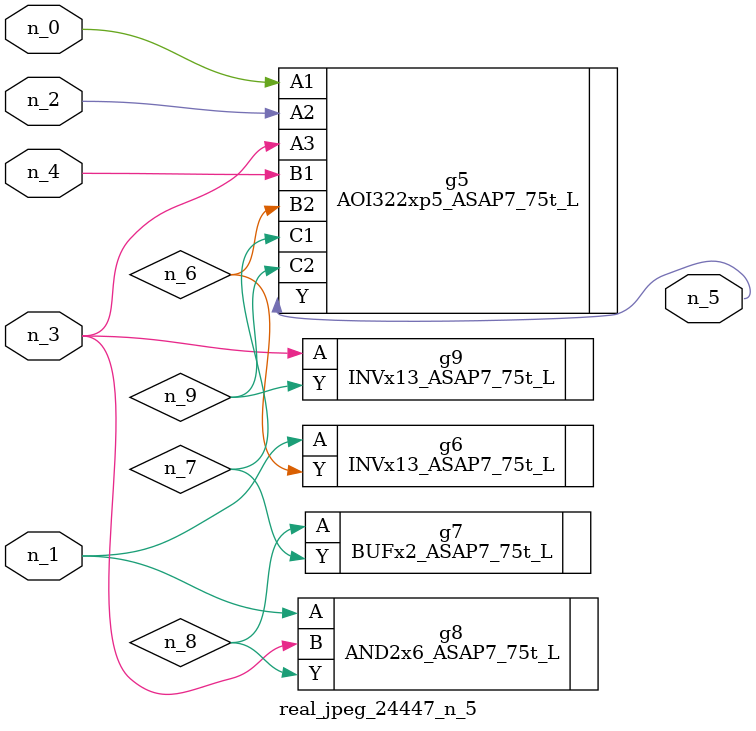
<source format=v>
module real_jpeg_24447_n_5 (n_4, n_0, n_1, n_2, n_3, n_5);

input n_4;
input n_0;
input n_1;
input n_2;
input n_3;

output n_5;

wire n_8;
wire n_6;
wire n_7;
wire n_9;

AOI322xp5_ASAP7_75t_L g5 ( 
.A1(n_0),
.A2(n_2),
.A3(n_3),
.B1(n_4),
.B2(n_6),
.C1(n_7),
.C2(n_9),
.Y(n_5)
);

INVx13_ASAP7_75t_L g6 ( 
.A(n_1),
.Y(n_6)
);

AND2x6_ASAP7_75t_L g8 ( 
.A(n_1),
.B(n_3),
.Y(n_8)
);

INVx13_ASAP7_75t_L g9 ( 
.A(n_3),
.Y(n_9)
);

BUFx2_ASAP7_75t_L g7 ( 
.A(n_8),
.Y(n_7)
);


endmodule
</source>
